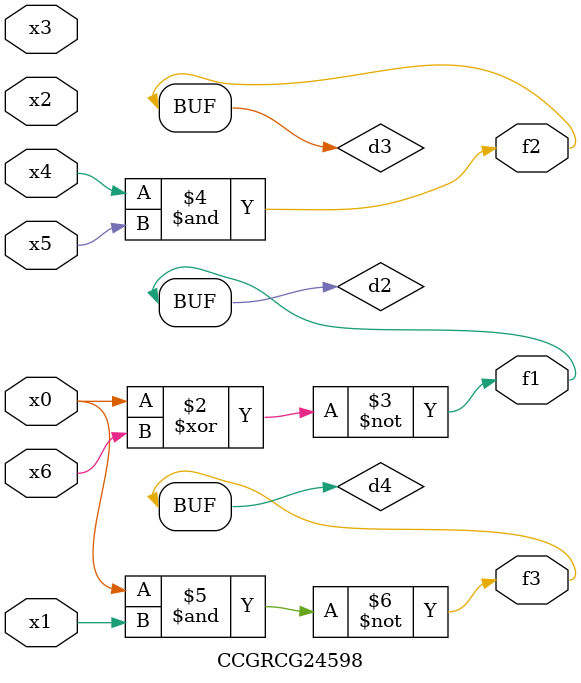
<source format=v>
module CCGRCG24598(
	input x0, x1, x2, x3, x4, x5, x6,
	output f1, f2, f3
);

	wire d1, d2, d3, d4;

	nor (d1, x0);
	xnor (d2, x0, x6);
	and (d3, x4, x5);
	nand (d4, x0, x1);
	assign f1 = d2;
	assign f2 = d3;
	assign f3 = d4;
endmodule

</source>
